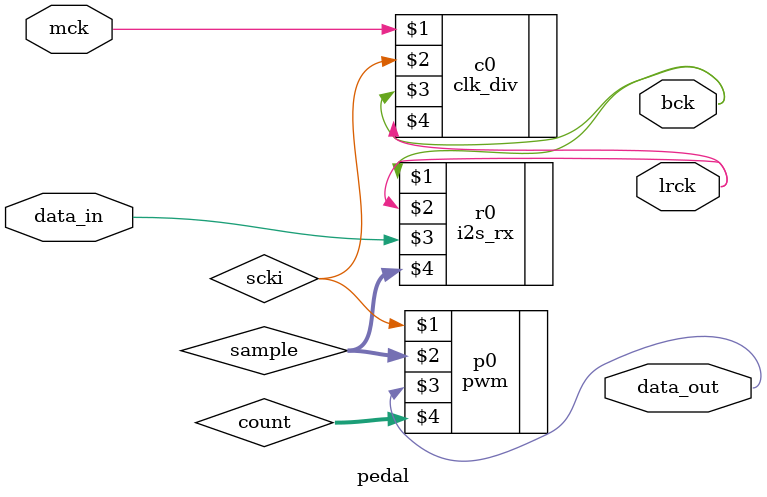
<source format=v>
`include "i2s.v"
`include "pwm.v"

module pedal(data_in, mck, data_out, lrck, bck);

    input data_in, mck;
    output data_out, lrck, bck;

    wire scki, data_in, mck, data_out, lrck, bck;
    wire [23:0] sample;
    wire [4:0] count;

    //need an i2s_rx(bck,lrck,data_in,data_out)
    i2s_rx r0(bck, lrck, data_in, sample);

    //need clk_div(mck,scki,bck,lrck)
    clk_div c0(mck,scki,bck,lrck);

    pwm p0(scki,sample,data_out,count);

    //need buffers

endmodule

</source>
